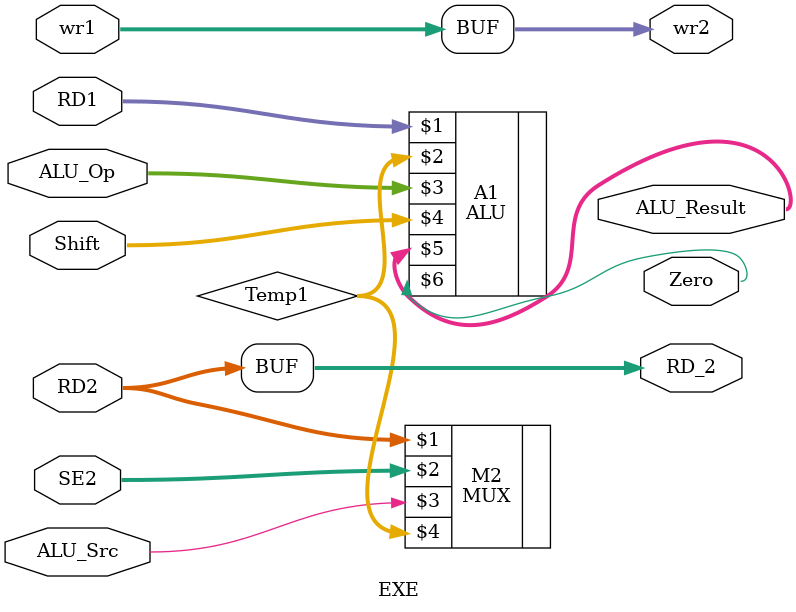
<source format=v>
`timescale 1ns / 1ps

module EXE(
    input [31:0] RD1,
    input [31:0] RD2,
    input [31:0] SE2,
    input [15:0] Shift,
    input [4:0] wr1,
    output wire Zero,
    output wire [31:0] ALU_Result,
    output reg [31:0] RD_2,
    output reg [4:0] wr2,
    input [5:0] ALU_Op,
    input ALU_Src
);

wire [31:0]Temp1;
MUX M2(RD2, SE2, ALU_Src, Temp1);
//Complete ALU
ALU A1(RD1, Temp1, ALU_Op, Shift, ALU_Result, Zero);

always @(RD2) RD_2 = RD2;

always @(wr1) wr2 = wr1;

endmodule

</source>
